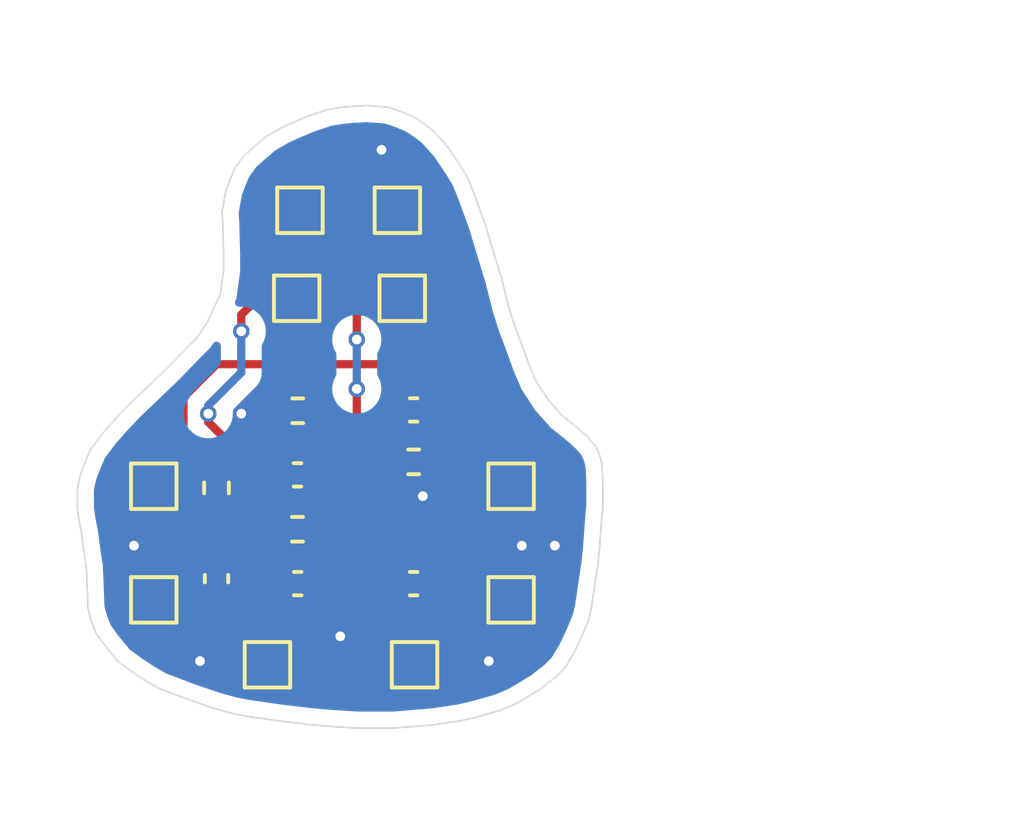
<source format=kicad_pcb>
(kicad_pcb (version 20241229) (generator "pcbnew") (generator_version "9.0")
  (layers (0 "F.Cu" signal) (2 "B.Cu" signal) (13 "F.Paste" user) (15 "B.Paste" user) (5 "F.SilkS" user "F.Silkscreen") (7 "B.SilkS" user "B.Silkscreen") (1 "F.Mask" user) (3 "B.Mask" user) (25 "Edge.Cuts" user))
  (net 0 "")
  (net 1 "GND")
  (net 2 "+")
  (footprint "TestPoint:TestPoint_Pad_1.0x1.0mm" (layer "F.Cu") (at 152.5 102)
    (property "Reference" "H2" (hide yes))
    (property "Value" "CI PAD (-)")
    (fp_line (start -0.7 -0.7) (end 0.7 -0.7) (stroke (width 0.12)) (layer "F.SilkS"))
    (fp_line (start -0.7 0.7) (end -0.7 -0.7) (stroke (width 0.12)) (layer "F.SilkS"))
    (fp_line (start 0.7 -0.7) (end 0.7 0.7) (stroke (width 0.12)) (layer "F.SilkS"))
    (fp_line (start 0.7 0.7) (end -0.7 0.7) (stroke (width 0.12)) (layer "F.SilkS"))
    (pad "1" smd rect (at 0 0) (size 1 1) (layers "F.Cu" "F.Mask") (net 1 "GND"))
  )
  (footprint "Resistor_SMD:R_0402_1005Metric_Pad0.72x0.64mm_HandSolder" (layer "F.Cu") (at 156.932 96.175 180)
    (property "Reference" "R6" (hide yes))
    (property "Value" "22R")
    (fp_line (start -0.167621 0.38) (end 0.167621 0.38) (stroke (width 0.12)) (layer "F.SilkS"))
    (fp_line (start -0.167621 -0.38) (end 0.167621 -0.38) (stroke (width 0.12)) (layer "F.SilkS"))
    (pad "1" smd roundrect (at -0.5975 0 180) (size 0.715 0.64) (layers "F.Cu" "F.Mask" "F.Paste") (net 2 "+"))
    (pad "2" smd roundrect (at 0.5975 0 180) (size 0.715 0.64) (layers "F.Cu" "F.Mask" "F.Paste") (net 1 "GND"))
  )
  (footprint "Resistor_SMD:R_0402_1005Metric_Pad0.72x0.64mm_HandSolder" (layer "F.Cu") (at 160.5 97.75)
    (property "Reference" "R3" (hide yes))
    (property "Value" "6.8R")
    (fp_line (start -0.167621 -0.38) (end 0.167621 -0.38) (stroke (width 0.12)) (layer "F.SilkS"))
    (fp_line (start -0.167621 0.38) (end 0.167621 0.38) (stroke (width 0.12)) (layer "F.SilkS"))
    (pad "1" smd roundrect (at -0.5975 0) (size 0.715 0.64) (layers "F.Cu" "F.Mask" "F.Paste") (net 2 "+"))
    (pad "2" smd roundrect (at 0.5975 0) (size 0.715 0.64) (layers "F.Cu" "F.Mask" "F.Paste") (net 1 "GND"))
  )
  (footprint "Capacitor_SMD:C_0402_1005Metric_Pad0.74x0.62mm_HandSolder" (layer "F.Cu") (at 160.5 101.5)
    (property "Reference" "C4" (hide yes))
    (property "Value" "0.10uF")
    (fp_line (start -0.115835 -0.36) (end 0.115835 -0.36) (stroke (width 0.12)) (layer "F.SilkS"))
    (fp_line (start -0.115835 0.36) (end 0.115835 0.36) (stroke (width 0.12)) (layer "F.SilkS"))
    (pad "1" smd roundrect (at -0.5675 0) (size 0.735 0.62) (layers "F.Cu" "F.Mask" "F.Paste") (net 2 "+"))
    (pad "2" smd roundrect (at 0.5675 0) (size 0.735 0.62) (layers "F.Cu" "F.Mask" "F.Paste") (net 2 "+"))
  )
  (footprint "TestPoint:TestPoint_Pad_1.0x1.0mm" (layer "F.Cu") (at 157 90 90)
    (property "Reference" "H8" (hide yes))
    (property "Value" "SWFK #2 PAD (-)")
    (fp_line (start 0.7 -0.7) (end 0.7 0.7) (stroke (width 0.12)) (layer "F.SilkS"))
    (fp_line (start -0.7 -0.7) (end 0.7 -0.7) (stroke (width 0.12)) (layer "F.SilkS"))
    (fp_line (start 0.7 0.7) (end -0.7 0.7) (stroke (width 0.12)) (layer "F.SilkS"))
    (fp_line (start -0.7 0.7) (end -0.7 -0.7) (stroke (width 0.12)) (layer "F.SilkS"))
    (pad "1" smd rect (at 0 0 90) (size 1 1) (layers "F.Cu" "F.Mask") (net 1 "GND"))
  )
  (footprint "TestPoint:TestPoint_Pad_1.0x1.0mm" (layer "F.Cu") (at 160.528 104)
    (property "Reference" "H4" (hide yes))
    (property "Value" "BK PAD (-)")
    (fp_line (start -0.7 -0.7) (end 0.7 -0.7) (stroke (width 0.12)) (layer "F.SilkS"))
    (fp_line (start -0.7 0.7) (end -0.7 -0.7) (stroke (width 0.12)) (layer "F.SilkS"))
    (fp_line (start 0.7 -0.7) (end 0.7 0.7) (stroke (width 0.12)) (layer "F.SilkS"))
    (fp_line (start 0.7 0.7) (end -0.7 0.7) (stroke (width 0.12)) (layer "F.SilkS"))
    (pad "1" smd rect (at 0 0) (size 1 1) (layers "F.Cu" "F.Mask") (net 1 "GND"))
  )
  (footprint "TestPoint:TestPoint_Pad_1.0x1.0mm" (layer "F.Cu") (at 152.5 98.5)
    (property "Reference" "H1" (hide yes))
    (property "Value" "CI PAD (+)")
    (fp_line (start -0.7 -0.7) (end 0.7 -0.7) (stroke (width 0.12)) (layer "F.SilkS"))
    (fp_line (start -0.7 0.7) (end -0.7 -0.7) (stroke (width 0.12)) (layer "F.SilkS"))
    (fp_line (start 0.7 -0.7) (end 0.7 0.7) (stroke (width 0.12)) (layer "F.SilkS"))
    (fp_line (start 0.7 0.7) (end -0.7 0.7) (stroke (width 0.12)) (layer "F.SilkS"))
    (pad "1" smd rect (at 0 0) (size 1 1) (layers "F.Cu" "F.Mask") (net 2 "+"))
  )
  (footprint "TestPoint:TestPoint_Pad_1.0x1.0mm" (layer "F.Cu") (at 163.5 98.5 90)
    (property "Reference" "H9" (hide yes))
    (property "Value" "SOURCE PAD (+)")
    (fp_line (start 0.7 -0.7) (end 0.7 0.7) (stroke (width 0.12)) (layer "F.SilkS"))
    (fp_line (start -0.7 -0.7) (end 0.7 -0.7) (stroke (width 0.12)) (layer "F.SilkS"))
    (fp_line (start 0.7 0.7) (end -0.7 0.7) (stroke (width 0.12)) (layer "F.SilkS"))
    (fp_line (start -0.7 0.7) (end -0.7 -0.7) (stroke (width 0.12)) (layer "F.SilkS"))
    (pad "1" smd rect (at 0 0 90) (size 1 1) (layers "F.Cu" "F.Mask") (net 2 "+"))
  )
  (footprint "Capacitor_SMD:C_0402_1005Metric_Pad0.74x0.62mm_HandSolder" (layer "F.Cu") (at 156.925 98.15)
    (property "Reference" "C2" (hide yes))
    (property "Value" "2.2uF")
    (fp_line (start -0.115835 -0.36) (end 0.115835 -0.36) (stroke (width 0.12)) (layer "F.SilkS"))
    (fp_line (start -0.115835 0.36) (end 0.115835 0.36) (stroke (width 0.12)) (layer "F.SilkS"))
    (pad "1" smd roundrect (at -0.5675 0) (size 0.735 0.62) (layers "F.Cu" "F.Mask" "F.Paste") (net 2 "+"))
    (pad "2" smd roundrect (at 0.5675 0) (size 0.735 0.62) (layers "F.Cu" "F.Mask" "F.Paste") (net 2 "+"))
  )
  (footprint "Resistor_SMD:R_0402_1005Metric_Pad0.72x0.64mm_HandSolder" (layer "F.Cu") (at 156.925 99.825)
    (property "Reference" "R2" (hide yes))
    (property "Value" "22R")
    (fp_line (start -0.167621 -0.38) (end 0.167621 -0.38) (stroke (width 0.12)) (layer "F.SilkS"))
    (fp_line (start -0.167621 0.38) (end 0.167621 0.38) (stroke (width 0.12)) (layer "F.SilkS"))
    (pad "1" smd roundrect (at -0.5975 0) (size 0.715 0.64) (layers "F.Cu" "F.Mask" "F.Paste") (net 2 "+"))
    (pad "2" smd roundrect (at 0.5975 0) (size 0.715 0.64) (layers "F.Cu" "F.Mask" "F.Paste") (net 2 "+"))
  )
  (footprint "TestPoint:TestPoint_Pad_1.0x1.0mm" (layer "F.Cu") (at 160 90)
    (property "Reference" "H6" (hide yes))
    (property "Value" "SWFK #1 PAD (-)")
    (fp_line (start -0.7 -0.7) (end 0.7 -0.7) (stroke (width 0.12)) (layer "F.SilkS"))
    (fp_line (start -0.7 0.7) (end -0.7 -0.7) (stroke (width 0.12)) (layer "F.SilkS"))
    (fp_line (start 0.7 -0.7) (end 0.7 0.7) (stroke (width 0.12)) (layer "F.SilkS"))
    (fp_line (start 0.7 0.7) (end -0.7 0.7) (stroke (width 0.12)) (layer "F.SilkS"))
    (pad "1" smd rect (at 0 0) (size 1 1) (layers "F.Cu" "F.Mask") (net 1 "GND"))
  )
  (footprint "Capacitor_SMD:C_0402_1005Metric_Pad0.74x0.62mm_HandSolder" (layer "F.Cu") (at 160.5 96.15)
    (property "Reference" "C6" (hide yes))
    (property "Value" "2.2uF")
    (fp_line (start -0.115835 -0.36) (end 0.115835 -0.36) (stroke (width 0.12)) (layer "F.SilkS"))
    (fp_line (start -0.115835 0.36) (end 0.115835 0.36) (stroke (width 0.12)) (layer "F.SilkS"))
    (pad "1" smd roundrect (at -0.5675 0) (size 0.735 0.62) (layers "F.Cu" "F.Mask" "F.Paste") (net 2 "+"))
    (pad "2" smd roundrect (at 0.5675 0) (size 0.735 0.62) (layers "F.Cu" "F.Mask" "F.Paste") (net 2 "+"))
  )
  (footprint "TestPoint:TestPoint_Pad_1.0x1.0mm" (layer "F.Cu") (at 163.5 102 90)
    (property "Reference" "H10" (hide yes))
    (property "Value" "SOURCE PAD (-)")
    (fp_line (start 0.7 -0.7) (end 0.7 0.7) (stroke (width 0.12)) (layer "F.SilkS"))
    (fp_line (start -0.7 -0.7) (end 0.7 -0.7) (stroke (width 0.12)) (layer "F.SilkS"))
    (fp_line (start 0.7 0.7) (end -0.7 0.7) (stroke (width 0.12)) (layer "F.SilkS"))
    (fp_line (start -0.7 0.7) (end -0.7 -0.7) (stroke (width 0.12)) (layer "F.SilkS"))
    (pad "1" smd rect (at 0 0 90) (size 1 1) (layers "F.Cu" "F.Mask") (net 1 "GND"))
  )
  (footprint "TestPoint:TestPoint_Pad_1.0x1.0mm" (layer "F.Cu") (at 160.15 92.71)
    (property "Reference" "H5" (hide yes))
    (property "Value" "SWFK #1 PAD (+)")
    (fp_line (start -0.7 -0.7) (end 0.7 -0.7) (stroke (width 0.12)) (layer "F.SilkS"))
    (fp_line (start -0.7 0.7) (end -0.7 -0.7) (stroke (width 0.12)) (layer "F.SilkS"))
    (fp_line (start 0.7 -0.7) (end 0.7 0.7) (stroke (width 0.12)) (layer "F.SilkS"))
    (fp_line (start 0.7 0.7) (end -0.7 0.7) (stroke (width 0.12)) (layer "F.SilkS"))
    (pad "1" smd rect (at 0 0) (size 1 1) (layers "F.Cu" "F.Mask") (net 2 "+"))
  )
  (footprint "TestPoint:TestPoint_Pad_1.0x1.0mm" (layer "F.Cu") (at 156 104)
    (property "Reference" "H3" (hide yes))
    (property "Value" "BK PAD (+)")
    (fp_line (start -0.7 -0.7) (end 0.7 -0.7) (stroke (width 0.12)) (layer "F.SilkS"))
    (fp_line (start -0.7 0.7) (end -0.7 -0.7) (stroke (width 0.12)) (layer "F.SilkS"))
    (fp_line (start 0.7 -0.7) (end 0.7 0.7) (stroke (width 0.12)) (layer "F.SilkS"))
    (fp_line (start 0.7 0.7) (end -0.7 0.7) (stroke (width 0.12)) (layer "F.SilkS"))
    (pad "1" smd rect (at 0 0) (size 1 1) (layers "F.Cu" "F.Mask") (net 2 "+"))
  )
  (footprint "TestPoint:TestPoint_Pad_1.0x1.0mm" (layer "F.Cu") (at 156.9 92.71 90)
    (property "Reference" "H7" (hide yes))
    (property "Value" "SWFK #2 PAD (+)")
    (fp_line (start 0.7 -0.7) (end 0.7 0.7) (stroke (width 0.12)) (layer "F.SilkS"))
    (fp_line (start -0.7 -0.7) (end 0.7 -0.7) (stroke (width 0.12)) (layer "F.SilkS"))
    (fp_line (start 0.7 0.7) (end -0.7 0.7) (stroke (width 0.12)) (layer "F.SilkS"))
    (fp_line (start -0.7 0.7) (end -0.7 -0.7) (stroke (width 0.12)) (layer "F.SilkS"))
    (pad "1" smd rect (at 0 0 90) (size 1 1) (layers "F.Cu" "F.Mask") (net 2 "+"))
  )
  (footprint "Capacitor_SMD:C_0402_1005Metric_Pad0.74x0.62mm_HandSolder" (layer "F.Cu") (at 156.932 101.5)
    (property "Reference" "C5" (hide yes))
    (property "Value" "4.7uF")
    (fp_line (start -0.115835 -0.36) (end 0.115835 -0.36) (stroke (width 0.12)) (layer "F.SilkS"))
    (fp_line (start -0.115835 0.36) (end 0.115835 0.36) (stroke (width 0.12)) (layer "F.SilkS"))
    (pad "1" smd roundrect (at -0.5675 0) (size 0.735 0.62) (layers "F.Cu" "F.Mask" "F.Paste") (net 2 "+"))
    (pad "2" smd roundrect (at 0.5675 0) (size 0.735 0.62) (layers "F.Cu" "F.Mask" "F.Paste") (net 1 "GND"))
  )
  (footprint "Capacitor_SMD:C_0402_1005Metric_Pad0.74x0.62mm_HandSolder" (layer "F.Cu") (at 154.432 101.346 -90)
    (property "Reference" "C1" (hide yes))
    (property "Value" "10uF")
    (fp_line (start -0.115835 0.36) (end 0.115835 0.36) (stroke (width 0.12)) (layer "F.SilkS"))
    (fp_line (start -0.115835 -0.36) (end 0.115835 -0.36) (stroke (width 0.12)) (layer "F.SilkS"))
    (pad "1" smd roundrect (at -0.5675 0 270) (size 0.735 0.62) (layers "F.Cu" "F.Mask" "F.Paste") (net 2 "+"))
    (pad "2" smd roundrect (at 0.5675 0 270) (size 0.735 0.62) (layers "F.Cu" "F.Mask" "F.Paste") (net 1 "GND"))
  )
  (footprint "Resistor_SMD:R_0402_1005Metric_Pad0.72x0.64mm_HandSolder" (layer "F.Cu") (at 154.432 98.552 90)
    (property "Reference" "R5" (hide yes))
    (property "Value" "22R")
    (fp_line (start -0.167621 -0.38) (end 0.167621 -0.38) (stroke (width 0.12)) (layer "F.SilkS"))
    (fp_line (start -0.167621 0.38) (end 0.167621 0.38) (stroke (width 0.12)) (layer "F.SilkS"))
    (pad "1" smd roundrect (at -0.5975 0 90) (size 0.715 0.64) (layers "F.Cu" "F.Mask" "F.Paste") (net 2 "+"))
    (pad "2" smd roundrect (at 0.5975 0 90) (size 0.715 0.64) (layers "F.Cu" "F.Mask" "F.Paste") (net 2 "+"))
  )
  (gr_poly (pts (xy 151.725 96) (xy 152.825 94.95) (xy 153.85 93.9) (xy 154.15 93.45) (xy 154.45 92.8) (xy 154.55 92.575) (xy 154.65 91.85) (xy 154.65 91.35) (xy 154.625 90.4) (xy 154.6 90.05) (xy 154.725 89.375) (xy 154.9 88.925) (xy 155 88.7) (xy 155.275 88.325) (xy 155.525 88.1) (xy 155.9 87.775) (xy 156.05 87.675) (xy 156.4 87.475) (xy 156.775 87.3) (xy 157.25 87.1) (xy 157.85 86.9) (xy 158.325 86.825) (xy 158.625 86.8) (xy 159.025 86.775) (xy 159.4 86.8) (xy 159.7 86.825) (xy 159.95 86.9) (xy 160.275 87.025) (xy 160.5 87.125) (xy 160.625 87.2) (xy 160.875 87.375) (xy 161.1 87.55) (xy 161.35 87.825) (xy 161.55 88.05) (xy 161.95 88.65) (xy 162.175 89.025) (xy 162.4 89.6) (xy 162.7 90.425) (xy 162.825 90.85) (xy 163 91.425) (xy 163.2 92.075) (xy 163.425 92.975) (xy 163.6 93.525) (xy 163.85 94.2) (xy 164.05 94.75) (xy 164.275 95.275) (xy 164.65 95.85) (xy 165.075 96.325) (xy 165.6 96.75) (xy 165.875 97) (xy 166.125 97.3) (xy 166.225 97.55) (xy 166.3 97.825) (xy 166.325 98.375) (xy 166.325 99.1) (xy 166.275 99.675) (xy 166.225 100.375) (xy 166.175 100.875) (xy 166.1 101.375) (xy 165.975 102.225) (xy 165.9 102.575) (xy 165.675 103.125) (xy 165.45 103.6) (xy 165.15 104.1) (xy 164.875 104.375) (xy 164.4 104.75) (xy 163.65 105.2) (xy 163.175 105.4) (xy 162.475 105.6) (xy 161.95 105.725) (xy 161.1 105.85) (xy 159.875 105.95) (xy 158.75 105.95) (xy 157.975 105.9) (xy 157.375 105.85) (xy 156.525 105.75) (xy 156.15 105.7) (xy 155.3 105.575) (xy 154.925 105.5) (xy 154.375 105.35) (xy 153.575 105.075) (xy 152.65 104.725) (xy 152.225 104.475) (xy 151.775 104.175) (xy 151.4 103.9) (xy 150.975 103.375) (xy 150.725 103.025) (xy 150.575 102.65) (xy 150.475 102.275) (xy 150.45 101.55) (xy 150.425 101) (xy 150.375 100.675) (xy 150.275 99.95) (xy 150.2 99.55) (xy 150.15 99.2) (xy 150.15 98.55) (xy 150.225 98.2) (xy 150.3 97.975) (xy 150.55 97.375) (xy 150.925 96.875) (xy 151.3 96.45)) (stroke (width 0.05)) (fill no) (layer "Edge.Cuts"))
  (segment (start 160.02 102.616) (end 158.75 102.616) (width 0.254) (layer "F.Cu") (net 1))
  (segment (start 161.0975 98.4905) (end 160.782 98.806) (width 0.254) (layer "F.Cu") (net 1))
  (segment (start 161.0975 97.75) (end 161.0975 98.4905) (width 0.254) (layer "F.Cu") (net 1))
  (segment (start 155.125 96.197) (end 155.194 96.266) (width 0.254) (layer "F.Cu") (net 1))
  (segment (start 157.48 88.138) (end 159.512 88.138) (width 0.254) (layer "F.Cu") (net 1))
  (segment (start 160 90) (end 160 88.626) (width 0.254) (layer "F.Cu") (net 1))
  (segment (start 157.4995 102.3815) (end 158.242 103.124) (width 0.254) (layer "F.Cu") (net 1))
  (segment (start 152.5 102) (end 152.5 100.938) (width 0.254) (layer "F.Cu") (net 1))
  (segment (start 155.125 96.175) (end 156.3345 96.175) (width 0.254) (layer "F.Cu") (net 1))
  (segment (start 164.446 102) (end 163.5 102) (width 0.254) (layer "F.Cu") (net 1))
  (segment (start 160 88.626) (end 159.512 88.138) (width 0.254) (layer "F.Cu") (net 1))
  (segment (start 160.528 103.124) (end 160.02 102.616) (width 0.254) (layer "F.Cu") (net 1))
  (segment (start 154.432 103.378) (end 153.924 103.886) (width 0.254) (layer "F.Cu") (net 1))
  (segment (start 152.5 100.938) (end 151.892 100.33) (width 0.254) (layer "F.Cu") (net 1))
  (segment (start 154.432 101.9135) (end 154.432 103.378) (width 0.254) (layer "F.Cu") (net 1))
  (segment (start 157 88.618) (end 157.48 88.138) (width 0.254) (layer "F.Cu") (net 1))
  (segment (start 164.846 101.6) (end 164.446 102) (width 0.254) (layer "F.Cu") (net 1))
  (segment (start 157.4995 101.5) (end 157.4995 102.3815) (width 0.254) (layer "F.Cu") (net 1))
  (segment (start 163.83 101.67) (end 163.5 102) (width 0.254) (layer "F.Cu") (net 1))
  (segment (start 162.814 103.886) (end 163.5 103.2) (width 0.254) (layer "F.Cu") (net 1))
  (segment (start 163.83 100.33) (end 163.83 101.67) (width 0.254) (layer "F.Cu") (net 1))
  (segment (start 164.846 100.33) (end 164.846 101.6) (width 0.254) (layer "F.Cu") (net 1))
  (segment (start 155.125 96.175) (end 155.125 96.197) (width 0.254) (layer "F.Cu") (net 1))
  (segment (start 157 90) (end 157 88.618) (width 0.254) (layer "F.Cu") (net 1))
  (segment (start 163.5 103.2) (end 163.5 102) (width 0.254) (layer "F.Cu") (net 1))
  (segment (start 158.75 102.616) (end 158.242 103.124) (width 0.254) (layer "F.Cu") (net 1))
  (segment (start 160.528 104) (end 160.528 103.124) (width 0.254) (layer "F.Cu") (net 1))
  (via (at 164.846 100.33) (size 0.508) (drill 0.3) (layers "F.Cu" "B.Cu") (net 1))
  (via (at 155.194 96.266) (size 0.508) (drill 0.3) (layers "F.Cu" "B.Cu") (net 1))
  (via (at 162.814 103.886) (size 0.508) (drill 0.3) (layers "F.Cu" "B.Cu") (net 1))
  (via (at 159.512 88.138) (size 0.508) (drill 0.3) (layers "F.Cu" "B.Cu") (net 1))
  (via (at 151.892 100.33) (size 0.508) (drill 0.3) (layers "F.Cu" "B.Cu") (net 1))
  (via (at 153.924 103.886) (size 0.508) (drill 0.3) (layers "F.Cu" "B.Cu") (net 1))
  (via (at 160.782 98.806) (size 0.508) (drill 0.3) (layers "F.Cu" "B.Cu") (net 1))
  (via (at 163.83 100.33) (size 0.508) (drill 0.3) (layers "F.Cu" "B.Cu") (net 1))
  (via (at 158.242 103.124) (size 0.508) (drill 0.3) (layers "F.Cu" "B.Cu") (net 1))
  (segment (start 152.146 100.076) (end 153.162 100.076) (width 0.254) (layer "B.Cu") (net 1))
  (segment (start 155.956 99.568) (end 156.972 100.584) (width 0.254) (layer "B.Cu") (net 1))
  (segment (start 162.052 91.948) (end 162.052 98.552) (width 0.254) (layer "B.Cu") (net 1))
  (segment (start 153.924 103.886) (end 154.94 103.886) (width 0.254) (layer "B.Cu") (net 1))
  (segment (start 160.782 100.076) (end 161.29 100.584) (width 0.254) (layer "B.Cu") (net 1))
  (segment (start 155.448 101.092) (end 155.956 100.584) (width 0.254) (layer "B.Cu") (net 1))
  (segment (start 159.766 91.186) (end 161.29 91.186) (width 0.254) (layer "B.Cu") (net 1))
  (segment (start 161.29 91.186) (end 162.052 91.948) (width 0.254) (layer "B.Cu") (net 1))
  (segment (start 154.94 103.886) (end 155.448 103.378) (width 0.254) (layer "B.Cu") (net 1))
  (segment (start 160.782 98.806) (end 160.782 100.076) (width 0.254) (layer "B.Cu") (net 1))
  (segment (start 153.67 100.584) (end 155.956 100.584) (width 0.254) (layer "B.Cu") (net 1))
  (segment (start 164.338 99.06) (end 164.846 99.568) (width 0.254) (layer "B.Cu") (net 1))
  (segment (start 158.75 88.138) (end 158.496 88.392) (width 0.254) (layer "B.Cu") (net 1))
  (segment (start 162.052 98.552) (end 162.56 99.06) (width 0.254) (layer "B.Cu") (net 1))
  (segment (start 161.29 100.584) (end 163.576 100.584) (width 0.254) (layer "B.Cu") (net 1))
  (segment (start 153.162 100.076) (end 153.67 100.584) (width 0.254) (layer "B.Cu") (net 1))
  (segment (start 155.956 97.028) (end 155.956 99.568) (width 0.254) (layer "B.Cu") (net 1))
  (segment (start 151.892 100.33) (end 152.146 100.076) (width 0.254) (layer "B.Cu") (net 1))
  (segment (start 158.496 88.392) (end 158.496 89.916) (width 0.254) (layer "B.Cu") (net 1))
  (segment (start 159.004 103.886) (end 162.814 103.886) (width 0.254) (layer "B.Cu") (net 1))
  (segment (start 155.956 100.584) (end 156.972 100.584) (width 0.254) (layer "B.Cu") (net 1))
  (segment (start 163.576 100.584) (end 163.83 100.33) (width 0.254) (layer "B.Cu") (net 1))
  (segment (start 155.448 103.378) (end 155.448 101.092) (width 0.254) (layer "B.Cu") (net 1))
  (segment (start 164.846 99.568) (end 164.846 100.33) (width 0.254) (layer "B.Cu") (net 1))
  (segment (start 156.972 100.584) (end 161.29 100.584) (width 0.254) (layer "B.Cu") (net 1))
  (segment (start 155.194 96.266) (end 155.956 97.028) (width 0.254) (layer "B.Cu") (net 1))
  (segment (start 158.242 103.124) (end 159.004 103.886) (width 0.254) (layer "B.Cu") (net 1))
  (segment (start 158.496 89.916) (end 159.766 91.186) (width 0.254) (layer "B.Cu") (net 1))
  (segment (start 159.512 88.138) (end 158.75 88.138) (width 0.254) (layer "B.Cu") (net 1))
  (segment (start 162.56 99.06) (end 164.338 99.06) (width 0.254) (layer "B.Cu") (net 1))
  (segment (start 160.274 99.568) (end 161.544 99.568) (width 0.254) (layer "F.Cu") (net 2))
  (segment (start 163.5 98.5) (end 163.5 96.19) (width 0.254) (layer "F.Cu") (net 2))
  (segment (start 159.004 99.06) (end 159.766 99.06) (width 0.254) (layer "F.Cu") (net 2))
  (segment (start 159.9325 97.028) (end 159.9325 97.72) (width 0.254) (layer "F.Cu") (net 2))
  (segment (start 159.766 99.06) (end 160.274 99.568) (width 0.254) (layer "F.Cu") (net 2))
  (segment (start 156.3275 101.463) (end 156.3645 101.5) (width 0.254) (layer "F.Cu") (net 2))
  (segment (start 156.3575 97.3885) (end 155.997 97.028) (width 0.254) (layer "F.Cu") (net 2))
  (segment (start 155.702 92.71) (end 156.9 92.71) (width 0.254) (layer "F.Cu") (net 2))
  (segment (start 154.432 96.774) (end 154.178 96.52) (width 0.254) (layer "F.Cu") (net 2))
  (segment (start 158.75 98.806) (end 159.004 99.06) (width 0.254) (layer "F.Cu") (net 2))
  (segment (start 161.0675 100.5525) (end 161.0675 101.5) (width 0.254) (layer "F.Cu") (net 2))
  (segment (start 159.9325 97.028) (end 159.004 97.028) (width 0.254) (layer "F.Cu") (net 2))
  (segment (start 156.3645 103.6355) (end 156 104) (width 0.254) (layer "F.Cu") (net 2))
  (segment (start 159.512 99.822) (end 159.509 99.825) (width 0.254) (layer "F.Cu") (net 2))
  (segment (start 154.1185 100.7785) (end 153.416 100.076) (width 0.254) (layer "F.Cu") (net 2))
  (segment (start 158.75 93.98) (end 158.75 93.218) (width 0.254) (layer "F.Cu") (net 2))
  (segment (start 154.432 99.1495) (end 154.432 100.7785) (width 0.254) (layer "F.Cu") (net 2))
  (segment (start 157.226 97.282) (end 157.5295 96.9785) (width 0.254) (layer "F.Cu") (net 2))
  (segment (start 163.5 98.5) (end 163.5 99.39) (width 0.254) (layer "F.Cu") (net 2))
  (segment (start 163.5 99.39) (end 162.814 100.076) (width 0.254) (layer "F.Cu") (net 2))
  (segment (start 159.258 92.71) (end 160.15 92.71) (width 0.254) (layer "F.Cu") (net 2))
  (segment (start 159.9325 101.5) (end 159.9325 100.2425) (width 0.254) (layer "F.Cu") (net 2))
  (segment (start 162.612 98.5) (end 163.5 98.5) (width 0.254) (layer "F.Cu") (net 2))
  (segment (start 156.3645 101.5) (end 156.3645 103.6355) (width 0.254) (layer "F.Cu") (net 2))
  (segment (start 159.9325 96.15) (end 159.9325 97.028) (width 0.254) (layer "F.Cu") (net 2))
  (segment (start 154.178 96.52) (end 154.178 96.266) (width 0.254) (layer "F.Cu") (net 2))
  (segment (start 156.3275 99.825) (end 156.3275 101.463) (width 0.254) (layer "F.Cu") (net 2))
  (segment (start 159.004 97.028) (end 158.75 96.774) (width 0.254) (layer "F.Cu") (net 2))
  (segment (start 159.9325 97.72) (end 159.9025 97.75) (width 0.254) (layer "F.Cu") (net 2))
  (segment (start 155.194 93.218) (end 155.702 92.71) (width 0.254) (layer "F.Cu") (net 2))
  (segment (start 154.686 97.028) (end 154.432 96.774) (width 0.254) (layer "F.Cu") (net 2))
  (segment (start 156.464 97.282) (end 157.226 97.282) (width 0.254) (layer "F.Cu") (net 2))
  (segment (start 158.75 96.774) (end 158.75 95.504) (width 0.254) (layer "F.Cu") (net 2))
  (segment (start 155.194 93.726) (end 155.194 93.218) (width 0.254) (layer "F.Cu") (net 2))
  (segment (start 157.5295 96.9785) (end 157.5295 96.175) (width 0.254) (layer "F.Cu") (net 2))
  (segment (start 156.3575 98.15) (end 156.3575 97.3885) (width 0.254) (layer "F.Cu") (net 2))
  (segment (start 163.5 98.5) (end 163.5 97.206) (width 0.254) (layer "F.Cu") (net 2))
  (segment (start 161.544 100.076) (end 161.0675 100.5525) (width 0.254) (layer "F.Cu") (net 2))
  (segment (start 158.602 98.15) (end 158.75 98.298) (width 0.254) (layer "F.Cu") (net 2))
  (segment (start 154.432 100.7785) (end 154.1185 100.7785) (width 0.254) (layer "F.Cu") (net 2))
  (segment (start 152.5 99.668) (end 152.5 98.5) (width 0.254) (layer "F.Cu") (net 2))
  (segment (start 153.416 95.758) (end 153.416 96.774) (width 0.254) (layer "F.Cu") (net 2))
  (segment (start 152.908 100.076) (end 152.5 99.668) (width 0.254) (layer "F.Cu") (net 2))
  (segment (start 154.432 94.742) (end 153.416 95.758) (width 0.254) (layer "F.Cu") (net 2))
  (segment (start 163.5 96.19) (end 162.052 94.742) (width 0.254) (layer "F.Cu") (net 2))
  (segment (start 161.544 99.568) (end 162.612 98.5) (width 0.254) (layer "F.Cu") (net 2))
  (segment (start 159.509 99.825) (end 157.5225 99.825) (width 0.254) (layer "F.Cu") (net 2))
  (segment (start 153.416 100.076) (end 152.908 100.076) (width 0.254) (layer "F.Cu") (net 2))
  (segment (start 163.5 97.206) (end 162.444 96.15) (width 0.254) (layer "F.Cu") (net 2))
  (segment (start 153.416 96.774) (end 154.432 97.79) (width 0.254) (layer "F.Cu") (net 2))
  (segment (start 156.3575 97.3885) (end 156.464 97.282) (width 0.254) (layer "F.Cu") (net 2))
  (segment (start 155.997 97.028) (end 154.686 97.028) (width 0.254) (layer "F.Cu") (net 2))
  (segment (start 162.052 94.742) (end 154.432 94.742) (width 0.254) (layer "F.Cu") (net 2))
  (segment (start 158.75 98.298) (end 158.75 98.806) (width 0.254) (layer "F.Cu") (net 2))
  (segment (start 162.444 96.15) (end 161.0675 96.15) (width 0.254) (layer "F.Cu") (net 2))
  (segment (start 157.4925 98.15) (end 158.602 98.15) (width 0.254) (layer "F.Cu") (net 2))
  (segment (start 162.814 100.076) (end 161.544 100.076) (width 0.254) (layer "F.Cu") (net 2))
  (segment (start 154.432 97.79) (end 154.432 97.9545) (width 0.254) (layer "F.Cu") (net 2))
  (segment (start 159.9325 100.2425) (end 159.512 99.822) (width 0.254) (layer "F.Cu") (net 2))
  (segment (start 158.75 93.218) (end 159.258 92.71) (width 0.254) (layer "F.Cu") (net 2))
  (via (at 154.178 96.266) (size 0.508) (drill 0.3) (layers "F.Cu" "B.Cu") (net 2))
  (via (at 158.75 95.504) (size 0.508) (drill 0.3) (layers "F.Cu" "B.Cu") (net 2))
  (via (at 155.194 93.726) (size 0.508) (drill 0.3) (layers "F.Cu" "B.Cu") (net 2))
  (via (at 158.75 93.98) (size 0.508) (drill 0.3) (layers "F.Cu" "B.Cu") (net 2))
  (segment (start 155.194 94.996) (end 155.194 93.726) (width 0.254) (layer "B.Cu") (net 2))
  (segment (start 154.178 96.266) (end 154.178 96.012) (width 0.254) (layer "B.Cu") (net 2))
  (segment (start 158.75 95.504) (end 158.75 93.98) (width 0.254) (layer "B.Cu") (net 2))
  (segment (start 154.94 95.25) (end 155.194 94.996) (width 0.254) (layer "B.Cu") (net 2))
  (segment (start 154.178 96.012) (end 154.94 95.25) (width 0.254) (layer "B.Cu") (net 2))
  (zone (net 1) (net_name "GND") (layer "B.Cu") (name "Ground Pour") (connect_pads (clearance 0.5)) (min_thickness 0.25) (fill yes (thermal_gap 0.5) (thermal_bridge_width 0.5))
    (polygon (pts (xy 153.55 94.375) (xy 153.8 94.1) (xy 153.9 94) (xy 154.125 93.625) (xy 154.225 93.475) (xy 154.625 92.6) (xy 154.675 92.25) (xy 154.725 91.875) (xy 154.725 91.425) (xy 154.7 90.35) (xy 154.675 90.05) (xy 154.775 89.6) (xy 154.8 89.4) (xy 154.875 89.175) (xy 155.05 88.75) (xy 155.325 88.375) (xy 155.75 88) (xy 155.925 87.85) (xy 156.4 87.55) (xy 156.625 87.45) (xy 157.125 87.225) (xy 157.875 86.975) (xy 158.3 86.9) (xy 159.025 86.85) (xy 159.675 86.9) (xy 160.45 87.2) (xy 161.025 87.625) (xy 161.475 88.1) (xy 161.95 88.825) (xy 162.1 89.075) (xy 162.575 90.325) (xy 162.9 91.425) (xy 163.15 92.2) (xy 163.35 93.075) (xy 163.625 93.85) (xy 163.75 94.2) (xy 163.925 94.675) (xy 164.15 95.2) (xy 164.2 95.3) (xy 164.575 95.9) (xy 164.95 96.3) (xy 165.275 96.575) (xy 165.525 96.8) (xy 165.825 97.05) (xy 166.05 97.325) (xy 166.15 97.55) (xy 166.225 97.85) (xy 166.25 98.4) (xy 166.25 99.1) (xy 166.125 100.5) (xy 165.95 101.8) (xy 165.825 102.525) (xy 165.475 103.325) (xy 165.25 103.775) (xy 165.05 104.075) (xy 164.6 104.5) (xy 163.925 104.925) (xy 163.6 105.125) (xy 163.025 105.35) (xy 162.275 105.55) (xy 161.075 105.75) (xy 159.925 105.825) (xy 158.725 105.8) (xy 157.375 105.7) (xy 155.325 105.425) (xy 154.425 105.2) (xy 153.25 104.8) (xy 152.525 104.5) (xy 151.45 103.75) (xy 150.825 102.95) (xy 150.6 102.225) (xy 150.575 100.95) (xy 150.275 99.175) (xy 150.275 98.575) (xy 150.65 97.425) (xy 151.425 96.475) (xy 153.275 94.7)))
  )
)
</source>
